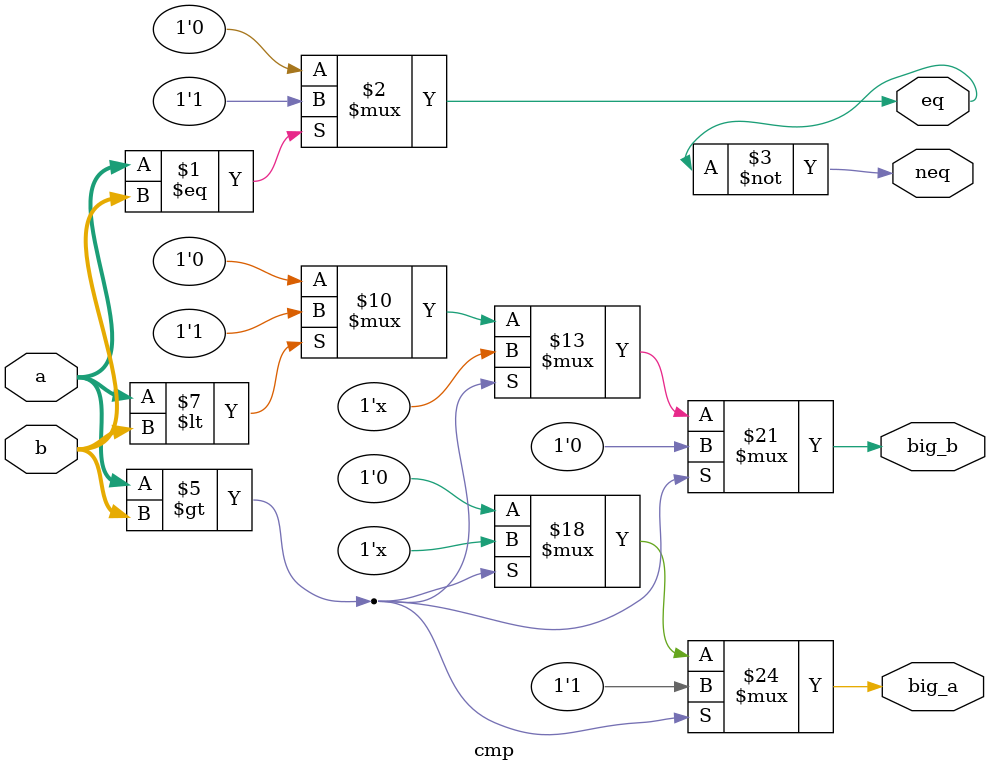
<source format=v>
module cmp(a,b,eq,neq,big_a,big_b);
    input [3:0] a; //target1
    input [3:0] b; //target2

    output reg eq; //equal flag
    output reg neq; //not equal flag
    output reg big_a; //a is biger than
    output reg big_b; //b is biger than

    assign eq = (a == b) ? 1'b1 : 1'b0;
    assign neq = ~eq; 

    always@(a or b)begin
      if(a>b) begin
        big_a = 1'b1;
        big_b = ~big_a;
      end

      else if(a<b) begin
        big_a = 1'b0;
        big_b = ~big_a;
      end

      else begin
        big_a = 1'b0;
        big_b = big_a;
      end   
    end
endmodule
</source>
